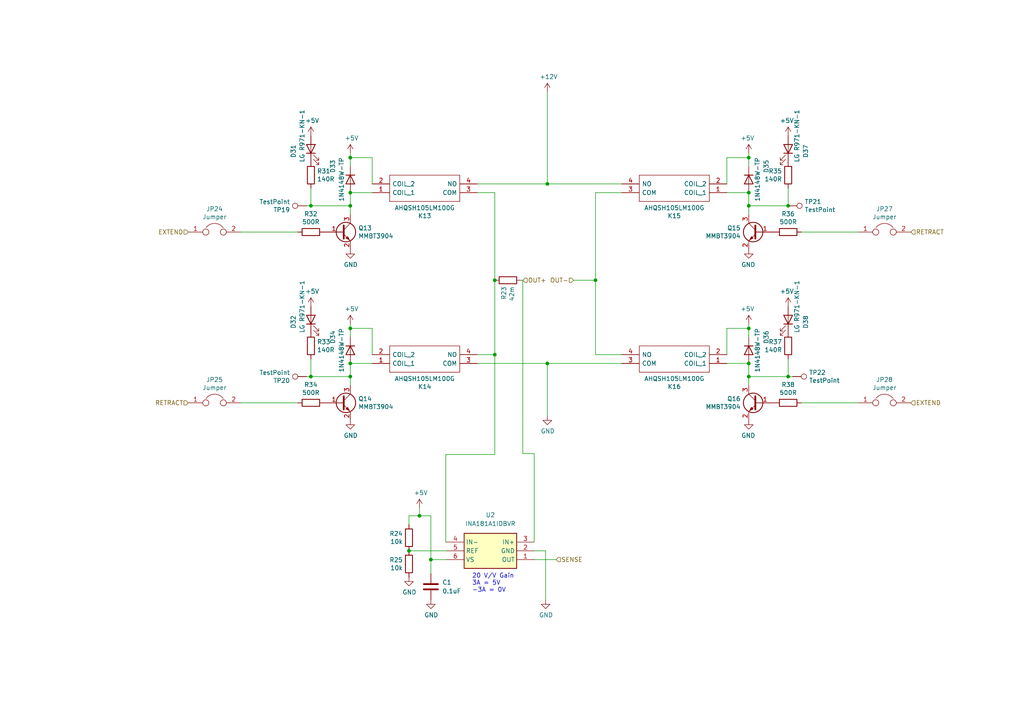
<source format=kicad_sch>
(kicad_sch (version 20230121) (generator eeschema)
  (paper "A4")
  (lib_symbols
    (symbol "AHQSH105LM100G:AHQSH105LM100G" (pin_names (offset 0.762))
      (property "Reference" "K" (at 26.67 7.62 0))
      (property "Value" "AHQSH105LM100G_AHQSH105LM100G" (at 26.67 5.08 0))
      (symbol "AHQSH105LM100G_0_0"
        (pin passive line (at 0 0 0) (length 5.08) (name "COIL_1") (number "1"))
        (pin passive line (at 0 -2.54 0) (length 5.08) (name "COIL_2") (number "2"))
        (pin passive line (at 30.48 0 180) (length 5.08) (name "COM") (number "3"))
        (pin passive line (at 30.48 -2.54 180) (length 5.08) (name "NO") (number "4"))
      )
      (symbol "AHQSH105LM100G_0_1"
        (polyline (pts (xy 5.08 2.54) (xy 25.4 2.54) (xy 25.4 -5.08) (xy 5.08 -5.08) (xy 5.08 2.54)) (stroke (width 0.1524)))
      )
    )
    (symbol "Connector:TestPoint" (pin_numbers hide) (pin_names (offset 0.762) hide)
      (property "Reference" "TP" (at 0 6.858 0))
      (property "Value" "TestPoint" (at 0 5.08 0))
      (symbol "TestPoint_0_1"
        (circle (center 0 3.302) (radius 0.762))
      )
      (symbol "TestPoint_1_1"
        (pin passive line (at 0 0 90) (length 2.54) (name "1") (number "1"))
      )
    )
    (symbol "Device:C" (pin_numbers hide) (pin_names (offset 0.254))
      (property "Reference" "C" (at 0.635 2.54 0))
      (property "Value" "C" (at 0.635 -2.54 0))
      (symbol "C_0_1"
        (polyline (pts (xy -2.032 -0.762) (xy 2.032 -0.762)) (stroke (width 0.508)))
        (polyline (pts (xy -2.032 0.762) (xy 2.032 0.762)) (stroke (width 0.508)))
      )
      (symbol "C_1_1"
        (pin passive line (at 0 3.81 270) (length 2.794) (name "~") (number "1"))
        (pin passive line (at 0 -3.81 90) (length 2.794) (name "~") (number "2"))
      )
    )
    (symbol "Device:Jumper" (pin_names (offset 0.762) hide)
      (property "Reference" "JP" (at 0 3.81 0))
      (property "Value" "Device_Jumper" (at 0 -2.032 0))
      (symbol "Jumper_0_1"
        (circle (center -2.54 0) (radius 0.889))
        (arc (start 2.5146 1.27) (mid 0.0078 2.5097) (end -2.4892 1.27))
        (circle (center 2.54 0) (radius 0.889))
        (pin passive line (at -7.62 0 0) (length 4.191) (name "1") (number "1"))
        (pin passive line (at 7.62 0 180) (length 4.191) (name "2") (number "2"))
      )
    )
    (symbol "Device:LED" (pin_numbers hide) (pin_names (offset 1.016) hide)
      (property "Reference" "D" (at 0 2.54 0))
      (property "Value" "LED" (at 0 -2.54 0))
      (symbol "LED_0_1"
        (polyline (pts (xy -1.27 -1.27) (xy -1.27 1.27)) (stroke (width 0.254)))
        (polyline (pts (xy -1.27 0) (xy 1.27 0)))
        (polyline (pts (xy 1.27 -1.27) (xy 1.27 1.27) (xy -1.27 0) (xy 1.27 -1.27)) (stroke (width 0.254)))
        (polyline (pts (xy -3.048 -0.762) (xy -4.572 -2.286) (xy -3.81 -2.286) (xy -4.572 -2.286) (xy -4.572 -1.524)))
        (polyline (pts (xy -1.778 -0.762) (xy -3.302 -2.286) (xy -2.54 -2.286) (xy -3.302 -2.286) (xy -3.302 -1.524)))
      )
      (symbol "LED_1_1"
        (pin passive line (at -3.81 0 0) (length 2.54) (name "K") (number "1"))
        (pin passive line (at 3.81 0 180) (length 2.54) (name "A") (number "2"))
      )
    )
    (symbol "Device:R" (pin_numbers hide) (pin_names (offset 0))
      (property "Reference" "R" (at 2.032 0 90))
      (property "Value" "R" (at 0 0 90))
      (symbol "R_0_1"
        (rectangle (start -1.016 -2.54) (end 1.016 2.54) (stroke (width 0.254)))
      )
      (symbol "R_1_1"
        (pin passive line (at 0 3.81 270) (length 1.27) (name "~") (number "1"))
        (pin passive line (at 0 -3.81 90) (length 1.27) (name "~") (number "2"))
      )
    )
    (symbol "Diode:1N4148W" (pin_numbers hide) (pin_names hide)
      (property "Reference" "D" (at 0 2.54 0))
      (property "Value" "1N4148W" (at 0 -2.54 0))
      (symbol "1N4148W_0_1"
        (polyline (pts (xy -1.27 1.27) (xy -1.27 -1.27)) (stroke (width 0.254)))
        (polyline (pts (xy 1.27 0) (xy -1.27 0)))
        (polyline (pts (xy 1.27 1.27) (xy 1.27 -1.27) (xy -1.27 0) (xy 1.27 1.27)) (stroke (width 0.254)))
      )
      (symbol "1N4148W_1_1"
        (pin passive line (at -3.81 0 0) (length 2.54) (name "K") (number "1"))
        (pin passive line (at 3.81 0 180) (length 2.54) (name "A") (number "2"))
      )
    )
    (symbol "INA181A1IDBVR:INA181A1IDBVR"
      (property "Reference" "U" (at 21.59 7.62 0))
      (property "Value" "INA181A1IDBVR" (at 21.59 5.08 0))
      (symbol "INA181A1IDBVR_1_1"
        (rectangle (start 5.08 2.54) (end 20.32 -7.62) (stroke (width 0.254)) (fill (type background)))
        (pin output line (at 0 0 0) (length 5.08) (name "OUT") (number "1"))
        (pin power_in line (at 0 -2.54 0) (length 5.08) (name "GND") (number "2"))
        (pin input line (at 0 -5.08 0) (length 5.08) (name "IN+") (number "3"))
        (pin input line (at 25.4 -5.08 180) (length 5.08) (name "IN-") (number "4"))
        (pin input line (at 25.4 -2.54 180) (length 5.08) (name "REF") (number "5"))
        (pin power_in line (at 25.4 0 180) (length 5.08) (name "VS") (number "6"))
      )
    )
    (symbol "Transistor_BJT:MMBT3904" (pin_names (offset 0) hide)
      (property "Reference" "Q" (at 5.08 1.905 0))
      (property "Value" "MMBT3904" (at 5.08 0 0))
      (symbol "MMBT3904_0_1"
        (polyline (pts (xy 0.635 0.635) (xy 2.54 2.54)))
        (polyline (pts (xy 0.635 -0.635) (xy 2.54 -2.54) (xy 2.54 -2.54)))
        (polyline (pts (xy 0.635 1.905) (xy 0.635 -1.905) (xy 0.635 -1.905)) (stroke (width 0.508)))
        (polyline (pts (xy 1.27 -1.778) (xy 1.778 -1.27) (xy 2.286 -2.286) (xy 1.27 -1.778) (xy 1.27 -1.778)) (fill (type outline)))
        (circle (center 1.27 0) (radius 2.8194) (stroke (width 0.254)))
      )
      (symbol "MMBT3904_1_1"
        (pin input line (at -5.08 0 0) (length 5.715) (name "B") (number "1"))
        (pin passive line (at 2.54 -5.08 90) (length 2.54) (name "E") (number "2"))
        (pin passive line (at 2.54 5.08 270) (length 2.54) (name "C") (number "3"))
      )
    )
    (symbol "power:+12V" (power) (pin_names (offset 0))
      (property "Value" "+12V" (at 0 3.556 0))
      (symbol "+12V_0_1"
        (polyline (pts (xy -0.762 1.27) (xy 0 2.54)))
        (polyline (pts (xy 0 0) (xy 0 2.54)))
        (polyline (pts (xy 0 2.54) (xy 0.762 1.27)))
      )
      (symbol "+12V_1_1"
        (pin power_in line (at 0 0 90) (length 0) hide (name "+12V") (number "1"))
      )
    )
    (symbol "power:+5V" (power) (pin_names (offset 0))
      (property "Value" "+5V" (at 0 3.556 0))
      (symbol "+5V_0_1"
        (polyline (pts (xy -0.762 1.27) (xy 0 2.54)))
        (polyline (pts (xy 0 0) (xy 0 2.54)))
        (polyline (pts (xy 0 2.54) (xy 0.762 1.27)))
      )
      (symbol "+5V_1_1"
        (pin power_in line (at 0 0 90) (length 0) hide (name "+5V") (number "1"))
      )
    )
    (symbol "power:GND" (power) (pin_names (offset 0))
      (property "Value" "GND" (at 0 -3.81 0))
      (symbol "GND_0_1"
        (polyline (pts (xy 0 0) (xy 0 -1.27) (xy 1.27 -1.27) (xy 0 -2.54) (xy -1.27 -1.27) (xy 0 -1.27)))
      )
      (symbol "GND_1_1"
        (pin power_in line (at 0 0 270) (length 0) hide (name "GND") (number "1"))
      )
    )
  )
  (junction (at 101.6 45.72))
  (junction (at 228.6 59.69))
  (junction (at 118.618 159.766))
  (junction (at 101.6 59.69))
  (junction (at 217.17 45.72))
  (junction (at 217.17 95.25))
  (junction (at 101.6 55.88))
  (junction (at 228.6 109.22))
  (junction (at 217.17 105.41))
  (junction (at 158.75 53.34))
  (junction (at 143.51 102.87))
  (junction (at 217.17 55.88))
  (junction (at 217.17 109.22))
  (junction (at 101.6 109.22))
  (junction (at 101.6 95.25))
  (junction (at 217.17 59.69))
  (junction (at 124.968 162.306))
  (junction (at 121.666 149.606))
  (junction (at 172.72 81.28))
  (junction (at 101.6 105.41))
  (junction (at 90.17 59.69))
  (junction (at 90.17 109.22))
  (junction (at 143.51 81.28))
  (junction (at 158.75 105.41))
  (wire (pts (xy 129.286 157.226) (xy 129.54 157.226)))
  (wire (pts (xy 107.95 45.72) (xy 107.95 53.34)))
  (wire (pts (xy 143.51 131.826) (xy 129.286 131.826)))
  (wire (pts (xy 248.92 67.31) (xy 232.41 67.31)))
  (wire (pts (xy 217.17 44.45) (xy 217.17 45.72)))
  (wire (pts (xy 101.6 59.69) (xy 101.6 55.88)))
  (wire (pts (xy 158.75 53.34) (xy 180.34 53.34)))
  (wire (pts (xy 217.17 109.22) (xy 217.17 105.41)))
  (wire (pts (xy 90.17 54.61) (xy 90.17 59.69)))
  (wire (pts (xy 101.6 62.23) (xy 101.6 59.69)))
  (wire (pts (xy 143.51 102.87) (xy 138.43 102.87)))
  (wire (pts (xy 143.51 81.28) (xy 143.51 102.87)))
  (wire (pts (xy 228.6 104.14) (xy 228.6 109.22)))
  (wire (pts (xy 143.51 55.88) (xy 143.51 81.28)))
  (wire (pts (xy 107.95 105.41) (xy 101.6 105.41)))
  (wire (pts (xy 118.618 149.606) (xy 121.666 149.606)))
  (wire (pts (xy 172.72 81.28) (xy 172.72 55.88)))
  (wire (pts (xy 217.17 93.98) (xy 217.17 95.25)))
  (wire (pts (xy 154.94 131.572) (xy 151.638 131.572)))
  (wire (pts (xy 217.17 45.72) (xy 210.82 45.72)))
  (wire (pts (xy 69.85 116.84) (xy 86.36 116.84)))
  (wire (pts (xy 124.968 149.606) (xy 124.968 162.306)))
  (wire (pts (xy 121.666 147.32) (xy 121.666 149.606)))
  (wire (pts (xy 151.638 131.572) (xy 151.638 81.28)))
  (wire (pts (xy 217.17 111.76) (xy 217.17 109.22)))
  (wire (pts (xy 217.17 59.69) (xy 217.17 55.88)))
  (wire (pts (xy 90.17 59.69) (xy 101.6 59.69)))
  (wire (pts (xy 138.43 55.88) (xy 143.51 55.88)))
  (wire (pts (xy 90.17 109.22) (xy 101.6 109.22)))
  (wire (pts (xy 217.17 48.26) (xy 217.17 45.72)))
  (wire (pts (xy 88.9 59.69) (xy 90.17 59.69)))
  (wire (pts (xy 210.82 95.25) (xy 210.82 102.87)))
  (wire (pts (xy 90.17 104.14) (xy 90.17 109.22)))
  (wire (pts (xy 158.75 105.41) (xy 180.34 105.41)))
  (wire (pts (xy 210.82 105.41) (xy 217.17 105.41)))
  (wire (pts (xy 217.17 62.23) (xy 217.17 59.69)))
  (wire (pts (xy 101.6 97.79) (xy 101.6 95.25)))
  (wire (pts (xy 210.82 55.88) (xy 217.17 55.88)))
  (wire (pts (xy 154.94 162.306) (xy 161.29 162.306)))
  (wire (pts (xy 172.72 55.88) (xy 180.34 55.88)))
  (wire (pts (xy 158.242 159.766) (xy 158.242 173.99)))
  (wire (pts (xy 151.13 81.28) (xy 151.638 81.28)))
  (wire (pts (xy 248.92 116.84) (xy 232.41 116.84)))
  (wire (pts (xy 138.43 105.41) (xy 158.75 105.41)))
  (wire (pts (xy 154.94 159.766) (xy 158.242 159.766)))
  (wire (pts (xy 101.6 44.45) (xy 101.6 45.72)))
  (wire (pts (xy 121.666 149.606) (xy 124.968 149.606)))
  (wire (pts (xy 101.6 48.26) (xy 101.6 45.72)))
  (wire (pts (xy 101.6 93.98) (xy 101.6 95.25)))
  (wire (pts (xy 228.6 54.61) (xy 228.6 59.69)))
  (wire (pts (xy 129.286 131.826) (xy 129.286 157.226)))
  (wire (pts (xy 101.6 45.72) (xy 107.95 45.72)))
  (wire (pts (xy 228.6 109.22) (xy 229.87 109.22)))
  (wire (pts (xy 107.95 95.25) (xy 107.95 102.87)))
  (wire (pts (xy 118.618 149.606) (xy 118.618 152.146)))
  (wire (pts (xy 101.6 109.22) (xy 101.6 105.41)))
  (wire (pts (xy 107.95 55.88) (xy 101.6 55.88)))
  (wire (pts (xy 101.6 95.25) (xy 107.95 95.25)))
  (wire (pts (xy 228.6 109.22) (xy 217.17 109.22)))
  (wire (pts (xy 217.17 95.25) (xy 210.82 95.25)))
  (wire (pts (xy 217.17 97.79) (xy 217.17 95.25)))
  (wire (pts (xy 158.75 26.67) (xy 158.75 53.34)))
  (wire (pts (xy 124.968 162.306) (xy 124.968 166.37)))
  (wire (pts (xy 154.94 157.226) (xy 154.94 131.572)))
  (wire (pts (xy 69.85 67.31) (xy 86.36 67.31)))
  (wire (pts (xy 118.618 159.766) (xy 129.54 159.766)))
  (wire (pts (xy 166.37 81.28) (xy 172.72 81.28)))
  (wire (pts (xy 228.6 59.69) (xy 217.17 59.69)))
  (wire (pts (xy 172.72 102.87) (xy 180.34 102.87)))
  (wire (pts (xy 210.82 45.72) (xy 210.82 53.34)))
  (wire (pts (xy 143.51 102.87) (xy 143.51 131.826)))
  (wire (pts (xy 101.6 111.76) (xy 101.6 109.22)))
  (wire (pts (xy 124.968 162.306) (xy 129.54 162.306)))
  (wire (pts (xy 88.9 109.22) (xy 90.17 109.22)))
  (wire (pts (xy 172.72 81.28) (xy 172.72 102.87)))
  (wire (pts (xy 138.43 53.34) (xy 158.75 53.34)))
  (wire (pts (xy 158.75 105.41) (xy 158.75 120.65)))
  (text "20 V/V Gain\n3A = 5V\n-3A = 0V" (at 136.906 171.958 0) (effects (font (size 1.27 1.27)) (justify left bottom)))
  (hierarchical_label "OUT+" (shape input) (at 151.638 81.28 0))
  (hierarchical_label "SENSE" (shape input) (at 161.29 162.306 0))
  (hierarchical_label "EXTEND" (shape input) (at 54.61 67.31 180))
  (hierarchical_label "EXTEND" (shape input) (at 264.16 116.84 0))
  (hierarchical_label "RETRACT" (shape input) (at 264.16 67.31 0))
  (hierarchical_label "OUT-" (shape input) (at 166.37 81.28 180))
  (hierarchical_label "RETRACT" (shape input) (at 54.61 116.84 180))
  (symbol (lib_id "AHQSH105LM100G:AHQSH105LM100G") (at 107.95 55.88 0) (mirror x) (unit 1)
    (property "Reference" "K13" (at 123.19 62.611 0))
    (property "Value" "AHQSH105LM100G" (at 123.19 60.2996 0))
    (property "Footprint" "AHQSH105LM100G:AHQSH105LM100G" (effects hide))
    (property "Datasheet" "http://www.anytek.com.cn/AHQSH112DM2F00G-14101117906.pdf" (effects hide))
    (property "Description" "General Purpose Relay SPST-NO (1 Form A) 5VDC Coil Through Hole" (effects hide))
    (property "Height" "15.3" (effects hide))
    (property "Manufacturer_Name" "Amphenol" (effects hide))
    (property "Manufacturer_Part_Number" "AHQSH105LM100G" (effects hide))
    (property "Mouser Part Number" "523-AHQSH105LM100G" (effects hide))
    (property "Mouser Price/Stock" "https://www.mouser.co.uk/ProductDetail/Amphenol-Anytek/AHQSH105LM100G?qs=rSMjJ%252B1ewcRTcSgzvp4hwg%3D%3D" (effects hide))
    (instances (project "Control Box" (path "" (reference "K13") (unit 1)) (path "" (reference "K?") (unit 1))))
  )
  (symbol (lib_id "Transistor_BJT:MMBT3904") (at 99.06 67.31 0) (unit 1)
    (property "Reference" "Q13" (at 103.9114 66.1416 0) (effects (justify left)))
    (property "Value" "MMBT3904" (at 103.9114 68.453 0) (effects (justify left)))
    (property "Footprint" "Package_TO_SOT_SMD:SOT-23" (effects hide))
    (property "Datasheet" "https://www.fairchildsemi.com/datasheets/2N/2N3904.pdf" (effects hide))
    (instances (project "Control Box" (path "" (reference "Q13") (unit 1)) (path "" (reference "Q?") (unit 1))))
  )
  (symbol (lib_id "Device:R") (at 90.17 67.31 270) (unit 1)
    (property "Reference" "R32" (at 90.17 62.0522 90))
    (property "Value" "500R" (at 90.17 64.3636 90))
    (property "Footprint" "Resistor_SMD:R_0805_2012Metric_Pad1.20x1.40mm_HandSolder" (effects hide))
    (instances (project "Control Box" (path "" (reference "R32") (unit 1)) (path "" (reference "R?") (unit 1))))
  )
  (symbol (lib_id "power:GND") (at 101.6 72.39 0) (unit 1)
    (property "Reference" "#PWR056" (effects hide))
    (property "Value" "GND" (at 101.727 76.7842 0))
    (instances (project "Control Box" (path "" (reference "#PWR056") (unit 1)) (path "" (reference "#PWR?") (unit 1))))
  )
  (symbol (lib_id "power:+5V") (at 101.6 44.45 0) (unit 1)
    (property "Reference" "#PWR055" (effects hide))
    (property "Value" "+5V" (at 101.981 40.0558 0))
    (instances (project "Control Box" (path "" (reference "#PWR055") (unit 1)) (path "" (reference "#PWR?") (unit 1))))
  )
  (symbol (lib_id "Diode:1N4148W") (at 101.6 52.07 270) (unit 1)
    (property "Reference" "D33" (at 96.52 48.26 0))
    (property "Value" "1N4148W-TP" (at 99.06 52.07 0))
    (property "Footprint" "Diode_SMD:D_SOD-123" (effects hide))
    (property "Datasheet" "https://www.vishay.com/docs/85748/1n4148w.pdf" (effects hide))
    (instances (project "Control Box" (path "" (reference "D33") (unit 1)) (path "" (reference "D?") (unit 1))))
  )
  (symbol (lib_id "Device:LED") (at 90.17 43.18 90) (unit 1)
    (property "Reference" "D31" (at 85.09 41.91 0) (effects (justify right)))
    (property "Value" "LG R971-KN-1" (at 87.63 31.75 0) (effects (justify right)))
    (property "Footprint" "LED_SMD:LED_0805_2012Metric_Pad1.15x1.40mm_HandSolder" (effects hide))
    (instances (project "Control Box" (path "" (reference "D31") (unit 1)) (path "" (reference "D?") (unit 1))))
  )
  (symbol (lib_id "Device:R") (at 90.17 50.8 0) (unit 1)
    (property "Reference" "R31" (at 91.948 49.6316 0) (effects (justify left)))
    (property "Value" "140R" (at 91.948 51.943 0) (effects (justify left)))
    (property "Footprint" "Resistor_SMD:R_0805_2012Metric_Pad1.20x1.40mm_HandSolder" (effects hide))
    (instances (project "Control Box" (path "" (reference "R31") (unit 1)) (path "" (reference "R?") (unit 1))))
  )
  (symbol (lib_id "power:+5V") (at 90.17 39.37 0) (unit 1)
    (property "Reference" "#PWR053" (effects hide))
    (property "Value" "+5V" (at 90.551 34.9758 0))
    (instances (project "Control Box" (path "" (reference "#PWR053") (unit 1)) (path "" (reference "#PWR?") (unit 1))))
  )
  (symbol (lib_id "power:+12V") (at 158.75 26.67 0) (unit 1)
    (property "Reference" "#PWR059" (effects hide))
    (property "Value" "+12V" (at 159.131 22.2758 0))
  )
  (symbol (lib_id "AHQSH105LM100G:AHQSH105LM100G") (at 107.95 105.41 0) (mirror x) (unit 1)
    (property "Reference" "K14" (at 123.19 112.141 0))
    (property "Value" "AHQSH105LM100G" (at 123.19 109.8296 0))
    (property "Footprint" "AHQSH105LM100G:AHQSH105LM100G" (effects hide))
    (property "Datasheet" "http://www.anytek.com.cn/AHQSH112DM2F00G-14101117906.pdf" (effects hide))
    (property "Description" "General Purpose Relay SPST-NO (1 Form A) 5VDC Coil Through Hole" (effects hide))
    (property "Height" "15.3" (effects hide))
    (property "Manufacturer_Name" "Amphenol" (effects hide))
    (property "Manufacturer_Part_Number" "AHQSH105LM100G" (effects hide))
    (property "Mouser Part Number" "523-AHQSH105LM100G" (effects hide))
    (property "Mouser Price/Stock" "https://www.mouser.co.uk/ProductDetail/Amphenol-Anytek/AHQSH105LM100G?qs=rSMjJ%252B1ewcRTcSgzvp4hwg%3D%3D" (effects hide))
    (instances (project "Control Box" (path "" (reference "K14") (unit 1)) (path "" (reference "K?") (unit 1))))
  )
  (symbol (lib_id "Transistor_BJT:MMBT3904") (at 99.06 116.84 0) (unit 1)
    (property "Reference" "Q14" (at 103.9114 115.6716 0) (effects (justify left)))
    (property "Value" "MMBT3904" (at 103.9114 117.983 0) (effects (justify left)))
    (property "Footprint" "Package_TO_SOT_SMD:SOT-23" (effects hide))
    (property "Datasheet" "https://www.fairchildsemi.com/datasheets/2N/2N3904.pdf" (effects hide))
    (instances (project "Control Box" (path "" (reference "Q14") (unit 1)) (path "" (reference "Q?") (unit 1))))
  )
  (symbol (lib_id "Device:R") (at 90.17 116.84 270) (unit 1)
    (property "Reference" "R34" (at 90.17 111.5822 90))
    (property "Value" "500R" (at 90.17 113.8936 90))
    (property "Footprint" "Resistor_SMD:R_0805_2012Metric_Pad1.20x1.40mm_HandSolder" (effects hide))
    (instances (project "Control Box" (path "" (reference "R34") (unit 1)) (path "" (reference "R?") (unit 1))))
  )
  (symbol (lib_id "power:GND") (at 101.6 121.92 0) (unit 1)
    (property "Reference" "#PWR058" (effects hide))
    (property "Value" "GND" (at 101.727 126.3142 0))
    (instances (project "Control Box" (path "" (reference "#PWR058") (unit 1)) (path "" (reference "#PWR?") (unit 1))))
  )
  (symbol (lib_id "power:+5V") (at 101.6 93.98 0) (unit 1)
    (property "Reference" "#PWR057" (effects hide))
    (property "Value" "+5V" (at 101.981 89.5858 0))
    (instances (project "Control Box" (path "" (reference "#PWR057") (unit 1)) (path "" (reference "#PWR?") (unit 1))))
  )
  (symbol (lib_id "Diode:1N4148W") (at 101.6 101.6 270) (unit 1)
    (property "Reference" "D34" (at 96.52 97.79 0))
    (property "Value" "1N4148W-TP" (at 99.06 101.6 0))
    (property "Footprint" "Diode_SMD:D_SOD-123" (effects hide))
    (property "Datasheet" "https://www.vishay.com/docs/85748/1n4148w.pdf" (effects hide))
    (instances (project "Control Box" (path "" (reference "D34") (unit 1)) (path "" (reference "D?") (unit 1))))
  )
  (symbol (lib_id "Device:LED") (at 90.17 92.71 90) (unit 1)
    (property "Reference" "D32" (at 85.09 91.44 0) (effects (justify right)))
    (property "Value" "LG R971-KN-1" (at 87.63 81.28 0) (effects (justify right)))
    (property "Footprint" "LED_SMD:LED_0805_2012Metric_Pad1.15x1.40mm_HandSolder" (effects hide))
    (instances (project "Control Box" (path "" (reference "D32") (unit 1)) (path "" (reference "D?") (unit 1))))
  )
  (symbol (lib_id "Device:R") (at 90.17 100.33 0) (unit 1)
    (property "Reference" "R33" (at 91.948 99.1616 0) (effects (justify left)))
    (property "Value" "140R" (at 91.948 101.473 0) (effects (justify left)))
    (property "Footprint" "Resistor_SMD:R_0805_2012Metric_Pad1.20x1.40mm_HandSolder" (effects hide))
    (instances (project "Control Box" (path "" (reference "R33") (unit 1)) (path "" (reference "R?") (unit 1))))
  )
  (symbol (lib_id "power:+5V") (at 90.17 88.9 0) (unit 1)
    (property "Reference" "#PWR054" (effects hide))
    (property "Value" "+5V" (at 90.551 84.5058 0))
    (instances (project "Control Box" (path "" (reference "#PWR054") (unit 1)) (path "" (reference "#PWR?") (unit 1))))
  )
  (symbol (lib_id "AHQSH105LM100G:AHQSH105LM100G") (at 210.82 105.41 180) (unit 1)
    (property "Reference" "K16" (at 195.58 112.141 0))
    (property "Value" "AHQSH105LM100G" (at 195.58 109.8296 0))
    (property "Footprint" "AHQSH105LM100G:AHQSH105LM100G" (effects hide))
    (property "Datasheet" "http://www.anytek.com.cn/AHQSH112DM2F00G-14101117906.pdf" (effects hide))
    (property "Description" "General Purpose Relay SPST-NO (1 Form A) 5VDC Coil Through Hole" (effects hide))
    (property "Height" "15.3" (effects hide))
    (property "Manufacturer_Name" "Amphenol" (effects hide))
    (property "Manufacturer_Part_Number" "AHQSH105LM100G" (effects hide))
    (property "Mouser Part Number" "523-AHQSH105LM100G" (effects hide))
    (property "Mouser Price/Stock" "https://www.mouser.co.uk/ProductDetail/Amphenol-Anytek/AHQSH105LM100G?qs=rSMjJ%252B1ewcRTcSgzvp4hwg%3D%3D" (effects hide))
    (instances (project "Control Box" (path "" (reference "K16") (unit 1)) (path "" (reference "K?") (unit 1))))
  )
  (symbol (lib_id "Transistor_BJT:MMBT3904") (at 219.71 116.84 0) (mirror y) (unit 1)
    (property "Reference" "Q16" (at 214.8586 115.6716 0) (effects (justify left)))
    (property "Value" "MMBT3904" (at 214.8586 117.983 0) (effects (justify left)))
    (property "Footprint" "Package_TO_SOT_SMD:SOT-23" (effects hide))
    (property "Datasheet" "https://www.fairchildsemi.com/datasheets/2N/2N3904.pdf" (effects hide))
    (instances (project "Control Box" (path "" (reference "Q16") (unit 1)) (path "" (reference "Q?") (unit 1))))
  )
  (symbol (lib_id "Device:R") (at 228.6 116.84 90) (mirror x) (unit 1)
    (property "Reference" "R38" (at 228.6 111.5822 90))
    (property "Value" "500R" (at 228.6 113.8936 90))
    (property "Footprint" "Resistor_SMD:R_0805_2012Metric_Pad1.20x1.40mm_HandSolder" (effects hide))
    (instances (project "Control Box" (path "" (reference "R38") (unit 1)) (path "" (reference "R?") (unit 1))))
  )
  (symbol (lib_id "power:GND") (at 217.17 121.92 0) (mirror y) (unit 1)
    (property "Reference" "#PWR064" (effects hide))
    (property "Value" "GND" (at 217.043 126.3142 0))
    (instances (project "Control Box" (path "" (reference "#PWR064") (unit 1)) (path "" (reference "#PWR?") (unit 1))))
  )
  (symbol (lib_id "power:+5V") (at 217.17 93.98 0) (mirror y) (unit 1)
    (property "Reference" "#PWR063" (effects hide))
    (property "Value" "+5V" (at 216.789 89.5858 0))
    (instances (project "Control Box" (path "" (reference "#PWR063") (unit 1)) (path "" (reference "#PWR?") (unit 1))))
  )
  (symbol (lib_id "Diode:1N4148W") (at 217.17 101.6 90) (mirror x) (unit 1)
    (property "Reference" "D36" (at 222.25 97.79 0))
    (property "Value" "1N4148W-TP" (at 219.71 101.6 0))
    (property "Footprint" "Diode_SMD:D_SOD-123" (effects hide))
    (property "Datasheet" "https://www.vishay.com/docs/85748/1n4148w.pdf" (effects hide))
    (instances (project "Control Box" (path "" (reference "D36") (unit 1)) (path "" (reference "D?") (unit 1))))
  )
  (symbol (lib_id "Device:LED") (at 228.6 92.71 270) (mirror x) (unit 1)
    (property "Reference" "D38" (at 233.68 91.44 0) (effects (justify right)))
    (property "Value" "LG R971-KN-1" (at 231.14 81.28 0) (effects (justify right)))
    (property "Footprint" "LED_SMD:LED_0805_2012Metric_Pad1.15x1.40mm_HandSolder" (effects hide))
    (instances (project "Control Box" (path "" (reference "D38") (unit 1)) (path "" (reference "D?") (unit 1))))
  )
  (symbol (lib_id "Device:R") (at 228.6 100.33 0) (mirror y) (unit 1)
    (property "Reference" "R37" (at 226.822 99.1616 0) (effects (justify left)))
    (property "Value" "140R" (at 226.822 101.473 0) (effects (justify left)))
    (property "Footprint" "Resistor_SMD:R_0805_2012Metric_Pad1.20x1.40mm_HandSolder" (effects hide))
    (instances (project "Control Box" (path "" (reference "R37") (unit 1)) (path "" (reference "R?") (unit 1))))
  )
  (symbol (lib_id "power:+5V") (at 228.6 88.9 0) (mirror y) (unit 1)
    (property "Reference" "#PWR066" (effects hide))
    (property "Value" "+5V" (at 228.219 84.5058 0))
    (instances (project "Control Box" (path "" (reference "#PWR066") (unit 1)) (path "" (reference "#PWR?") (unit 1))))
  )
  (symbol (lib_id "AHQSH105LM100G:AHQSH105LM100G") (at 210.82 55.88 180) (unit 1)
    (property "Reference" "K15" (at 195.58 62.611 0))
    (property "Value" "AHQSH105LM100G" (at 195.58 60.2996 0))
    (property "Footprint" "AHQSH105LM100G:AHQSH105LM100G" (effects hide))
    (property "Datasheet" "http://www.anytek.com.cn/AHQSH112DM2F00G-14101117906.pdf" (effects hide))
    (property "Description" "General Purpose Relay SPST-NO (1 Form A) 5VDC Coil Through Hole" (effects hide))
    (property "Height" "15.3" (effects hide))
    (property "Manufacturer_Name" "Amphenol" (effects hide))
    (property "Manufacturer_Part_Number" "AHQSH105LM100G" (effects hide))
    (property "Mouser Part Number" "523-AHQSH105LM100G" (effects hide))
    (property "Mouser Price/Stock" "https://www.mouser.co.uk/ProductDetail/Amphenol-Anytek/AHQSH105LM100G?qs=rSMjJ%252B1ewcRTcSgzvp4hwg%3D%3D" (effects hide))
    (instances (project "Control Box" (path "" (reference "K15") (unit 1)) (path "" (reference "K?") (unit 1))))
  )
  (symbol (lib_id "Transistor_BJT:MMBT3904") (at 219.71 67.31 0) (mirror y) (unit 1)
    (property "Reference" "Q15" (at 214.8586 66.1416 0) (effects (justify left)))
    (property "Value" "MMBT3904" (at 214.8586 68.453 0) (effects (justify left)))
    (property "Footprint" "Package_TO_SOT_SMD:SOT-23" (effects hide))
    (property "Datasheet" "https://www.fairchildsemi.com/datasheets/2N/2N3904.pdf" (effects hide))
    (instances (project "Control Box" (path "" (reference "Q15") (unit 1)) (path "" (reference "Q?") (unit 1))))
  )
  (symbol (lib_id "Device:R") (at 228.6 67.31 90) (mirror x) (unit 1)
    (property "Reference" "R36" (at 228.6 62.0522 90))
    (property "Value" "500R" (at 228.6 64.3636 90))
    (property "Footprint" "Resistor_SMD:R_0805_2012Metric_Pad1.20x1.40mm_HandSolder" (effects hide))
    (instances (project "Control Box" (path "" (reference "R36") (unit 1)) (path "" (reference "R?") (unit 1))))
  )
  (symbol (lib_id "power:GND") (at 217.17 72.39 0) (mirror y) (unit 1)
    (property "Reference" "#PWR062" (effects hide))
    (property "Value" "GND" (at 217.043 76.7842 0))
    (instances (project "Control Box" (path "" (reference "#PWR062") (unit 1)) (path "" (reference "#PWR?") (unit 1))))
  )
  (symbol (lib_id "power:+5V") (at 217.17 44.45 0) (mirror y) (unit 1)
    (property "Reference" "#PWR061" (effects hide))
    (property "Value" "+5V" (at 216.789 40.0558 0))
    (instances (project "Control Box" (path "" (reference "#PWR061") (unit 1)) (path "" (reference "#PWR?") (unit 1))))
  )
  (symbol (lib_id "Diode:1N4148W") (at 217.17 52.07 90) (mirror x) (unit 1)
    (property "Reference" "D35" (at 222.25 48.26 0))
    (property "Value" "1N4148W-TP" (at 219.71 52.07 0))
    (property "Footprint" "Diode_SMD:D_SOD-123" (effects hide))
    (property "Datasheet" "https://www.vishay.com/docs/85748/1n4148w.pdf" (effects hide))
    (instances (project "Control Box" (path "" (reference "D35") (unit 1)) (path "" (reference "D?") (unit 1))))
  )
  (symbol (lib_id "Device:LED") (at 228.6 43.18 270) (mirror x) (unit 1)
    (property "Reference" "D37" (at 233.68 41.91 0) (effects (justify right)))
    (property "Value" "LG R971-KN-1" (at 231.14 31.75 0) (effects (justify right)))
    (property "Footprint" "LED_SMD:LED_0805_2012Metric_Pad1.15x1.40mm_HandSolder" (effects hide))
    (instances (project "Control Box" (path "" (reference "D37") (unit 1)) (path "" (reference "D?") (unit 1))))
  )
  (symbol (lib_id "Device:R") (at 228.6 50.8 0) (mirror y) (unit 1)
    (property "Reference" "R35" (at 226.822 49.6316 0) (effects (justify left)))
    (property "Value" "140R" (at 226.822 51.943 0) (effects (justify left)))
    (property "Footprint" "Resistor_SMD:R_0805_2012Metric_Pad1.20x1.40mm_HandSolder" (effects hide))
    (instances (project "Control Box" (path "" (reference "R35") (unit 1)) (path "" (reference "R?") (unit 1))))
  )
  (symbol (lib_id "power:+5V") (at 228.6 39.37 0) (mirror y) (unit 1)
    (property "Reference" "#PWR065" (effects hide))
    (property "Value" "+5V" (at 228.219 34.9758 0))
    (instances (project "Control Box" (path "" (reference "#PWR065") (unit 1)) (path "" (reference "#PWR?") (unit 1))))
  )
  (symbol (lib_id "power:GND") (at 158.75 120.65 0) (unit 1)
    (property "Reference" "#PWR060" (effects hide))
    (property "Value" "GND" (at 158.877 125.0442 0))
    (instances (project "Control Box" (path "" (reference "#PWR060") (unit 1)) (path "" (reference "#PWR?") (unit 1))))
  )
  (symbol (lib_id "Device:Jumper") (at 62.23 67.31 0) (unit 1)
    (property "Reference" "JP24" (at 62.23 60.6044 0))
    (property "Value" "Jumper" (at 62.23 62.9158 0))
    (property "Footprint" "Connector_PinHeader_2.54mm:PinHeader_1x02_P2.54mm_Vertical" (effects hide))
    (instances (project "Control Box" (path "" (reference "JP24") (unit 1)) (path "" (reference "JP?") (unit 1))))
  )
  (symbol (lib_id "Device:Jumper") (at 62.23 116.84 0) (unit 1)
    (property "Reference" "JP25" (at 62.23 110.1344 0))
    (property "Value" "Jumper" (at 62.23 112.4458 0))
    (property "Footprint" "Connector_PinHeader_2.54mm:PinHeader_1x02_P2.54mm_Vertical" (effects hide))
    (instances (project "Control Box" (path "" (reference "JP25") (unit 1)) (path "" (reference "JP?") (unit 1))))
  )
  (symbol (lib_id "Device:Jumper") (at 256.54 67.31 0) (unit 1)
    (property "Reference" "JP27" (at 256.54 60.6044 0))
    (property "Value" "Jumper" (at 256.54 62.9158 0))
    (property "Footprint" "Connector_PinHeader_2.54mm:PinHeader_1x02_P2.54mm_Vertical" (effects hide))
    (instances (project "Control Box" (path "" (reference "JP27") (unit 1)) (path "" (reference "JP?") (unit 1))))
  )
  (symbol (lib_id "Device:Jumper") (at 256.54 116.84 0) (unit 1)
    (property "Reference" "JP28" (at 256.54 110.1344 0))
    (property "Value" "Jumper" (at 256.54 112.4458 0))
    (property "Footprint" "Connector_PinHeader_2.54mm:PinHeader_1x02_P2.54mm_Vertical" (effects hide))
    (instances (project "Control Box" (path "" (reference "JP28") (unit 1)) (path "" (reference "JP?") (unit 1))))
  )
  (symbol (lib_id "Connector:TestPoint") (at 228.6 59.69 270) (unit 1)
    (property "Reference" "TP21" (at 233.3752 58.5216 90) (effects (justify left)))
    (property "Value" "TestPoint" (at 233.3752 60.833 90) (effects (justify left)))
    (property "Footprint" "Connector_PinHeader_2.54mm:PinHeader_1x01_P2.54mm_Vertical" (effects hide))
  )
  (symbol (lib_id "Connector:TestPoint") (at 229.87 109.22 270) (unit 1)
    (property "Reference" "TP22" (at 234.6452 108.0516 90) (effects (justify left)))
    (property "Value" "TestPoint" (at 234.6452 110.363 90) (effects (justify left)))
    (property "Footprint" "Connector_PinHeader_2.54mm:PinHeader_1x01_P2.54mm_Vertical" (effects hide))
  )
  (symbol (lib_id "Connector:TestPoint") (at 88.9 109.22 90) (unit 1)
    (property "Reference" "TP20" (at 84.1248 110.3884 90) (effects (justify left)))
    (property "Value" "TestPoint" (at 84.1248 108.077 90) (effects (justify left)))
    (property "Footprint" "Connector_PinHeader_2.54mm:PinHeader_1x01_P2.54mm_Vertical" (effects hide))
  )
  (symbol (lib_id "Connector:TestPoint") (at 88.9 59.69 90) (unit 1)
    (property "Reference" "TP19" (at 84.1248 60.8584 90) (effects (justify left)))
    (property "Value" "TestPoint" (at 84.1248 58.547 90) (effects (justify left)))
    (property "Footprint" "Connector_PinHeader_2.54mm:PinHeader_1x01_P2.54mm_Vertical" (effects hide))
  )
  (symbol (lib_id "Device:C") (at 124.968 170.18 0) (unit 1)
    (property "Reference" "C1" (at 128.27 168.91 0) (effects (justify left)))
    (property "Value" "0.1uF" (at 128.27 171.45 0) (effects (justify left)))
    (property "Footprint" "Capacitor_SMD:C_0805_2012Metric_Pad1.18x1.45mm_HandSolder" (effects hide))
  )
  (symbol (lib_id "power:+5V") (at 121.666 147.32 0) (unit 1)
    (property "Reference" "#PWR042" (effects hide))
    (property "Value" "+5V" (at 122.047 142.9258 0))
    (instances (project "Control Box" (path "" (reference "#PWR042") (unit 1)) (path "" (reference "#PWR?") (unit 1))))
  )
  (symbol (lib_id "Device:R") (at 147.32 81.28 90) (mirror x) (unit 1)
    (property "Reference" "R23" (at 146.1516 83.058 0) (effects (justify left)))
    (property "Value" "42m" (at 148.463 83.058 0) (effects (justify left)))
    (property "Footprint" "Resistor_SMD:R_0805_2012Metric_Pad1.20x1.40mm_HandSolder" (effects hide))
    (instances (project "Control Box" (path "" (reference "R23") (unit 1)) (path "" (reference "R?") (unit 1))))
  )
  (symbol (lib_id "power:GND") (at 158.242 173.99 0) (unit 1)
    (property "Reference" "#PWR041" (effects hide))
    (property "Value" "GND" (at 158.369 178.3842 0))
    (instances (project "Control Box" (path "" (reference "#PWR041") (unit 1)) (path "" (reference "#PWR?") (unit 1))))
  )
  (symbol (lib_id "INA181A1IDBVR:INA181A1IDBVR") (at 154.94 162.306 180) (unit 1)
    (property "Reference" "U2" (at 142.24 149.352 0))
    (property "Value" "INA181A1IDBVR" (at 142.24 151.892 0))
    (property "Footprint" "INA181A1IDBVR:SOT95P280X145-6N" (effects hide))
    (property "Datasheet" "http://www.ti.com/lit/ds/symlink/ina181.pdf" (effects hide))
    (property "Height" "1.45" (effects hide))
    (property "Manufacturer_Name" "Texas Instruments" (effects hide))
    (property "Manufacturer_Part_Number" "INA181A1IDBVR" (effects hide))
    (property "Mouser Part Number" "595-INA181A1IDBVR" (effects hide))
    (property "Mouser Price/Stock" "https://www.mouser.co.uk/ProductDetail/Texas-Instruments/INA181A1IDBVR?qs=5aG0NVq1C4wLgDhUNMFt2A%3D%3D" (effects hide))
    (property "Arrow Part Number" "INA181A1IDBVR" (effects hide))
    (property "Arrow Price/Stock" "https://www.arrow.com/en/products/ina181a1idbvr/texas-instruments?region=nac" (effects hide))
  )
  (symbol (lib_id "power:GND") (at 118.618 167.386 0) (unit 1)
    (property "Reference" "#PWR040" (effects hide))
    (property "Value" "GND" (at 118.745 171.7802 0))
    (instances (project "Control Box" (path "" (reference "#PWR040") (unit 1)) (path "" (reference "#PWR?") (unit 1))))
  )
  (symbol (lib_id "power:GND") (at 124.968 173.99 0) (unit 1)
    (property "Reference" "#PWR039" (effects hide))
    (property "Value" "GND" (at 125.095 178.3842 0))
    (instances (project "Control Box" (path "" (reference "#PWR039") (unit 1)) (path "" (reference "#PWR?") (unit 1))))
  )
  (symbol (lib_id "Device:R") (at 118.618 155.956 0) (mirror y) (unit 1)
    (property "Reference" "R24" (at 116.84 154.7876 0) (effects (justify left)))
    (property "Value" "10k" (at 116.84 157.099 0) (effects (justify left)))
    (property "Footprint" "Resistor_SMD:R_0805_2012Metric_Pad1.20x1.40mm_HandSolder" (effects hide))
    (instances (project "Control Box" (path "" (reference "R24") (unit 1)) (path "" (reference "R?") (unit 1))))
  )
  (symbol (lib_id "Device:R") (at 118.618 163.576 0) (mirror y) (unit 1)
    (property "Reference" "R25" (at 116.84 162.4076 0) (effects (justify left)))
    (property "Value" "10k" (at 116.84 164.719 0) (effects (justify left)))
    (property "Footprint" "Resistor_SMD:R_0805_2012Metric_Pad1.20x1.40mm_HandSolder" (effects hide))
    (instances (project "Control Box" (path "" (reference "R25") (unit 1)) (path "" (reference "R?") (unit 1))))
  )
)
</source>
